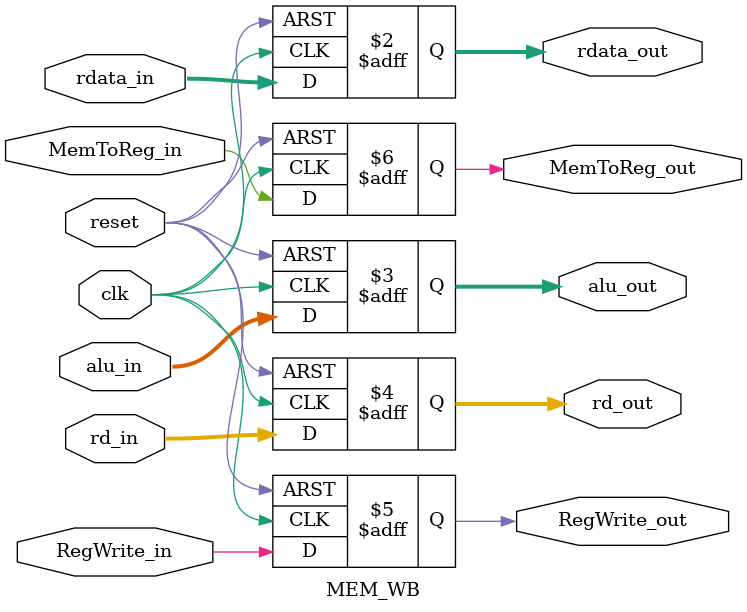
<source format=v>
module MEM_WB(
    input         clk, reset,
    input  [31:0] rdata_in, alu_in,
    input  [4:0]  rd_in,
    input         RegWrite_in, MemToReg_in,
    output reg[31:0] rdata_out, alu_out,
    output reg[4:0]  rd_out,
    output reg       RegWrite_out, MemToReg_out
);
    always @(posedge clk or posedge reset) begin
        if (reset) begin rdata_out<=0; alu_out<=0; rd_out<=0; RegWrite_out<=0; MemToReg_out<=0; end
        else begin rdata_out<=rdata_in; alu_out<=alu_in; rd_out<=rd_in; RegWrite_out<=RegWrite_in; MemToReg_out<=MemToReg_in; end
    end
endmodule
</source>
